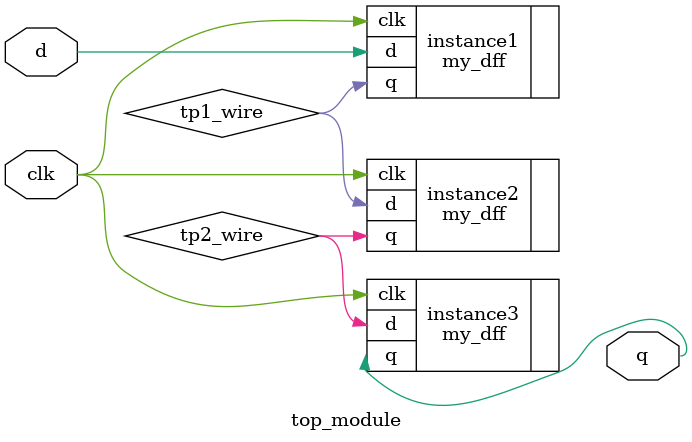
<source format=v>
module top_module ( input clk, 
                    input d, 
                    output q
                    );

    wire tp1_wire, tp2_wire; // 내부 wire

    my_dff instance1(.q(tp1_wire), .clk(clk), .d(d));
    my_dff instance2(.q(tp2_wire), .clk(clk), .d(tp1_wire));
    my_dff instance3(.q(q), .clk(clk), .d(tp2_wire));
    
endmodule

</source>
